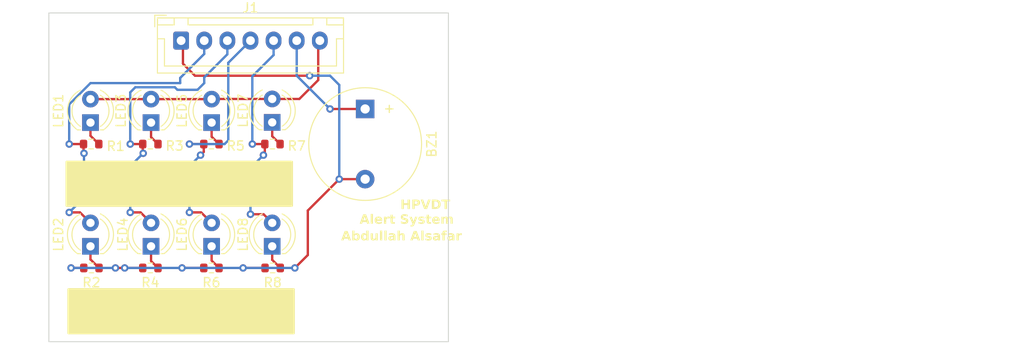
<source format=kicad_pcb>
(kicad_pcb (version 20221018) (generator pcbnew)
  (layers (0 "F.Cu" signal) (31 "B.Cu" signal) (34 "B.Paste" user) (35 "F.Paste" user) (36 "B.SilkS" user "B.Silkscreen") (37 "F.SilkS" user "F.Silkscreen") (38 "B.Mask" user) (39 "F.Mask" user) (44 "Edge.Cuts" user))
  (net 0 "")
  (net 1 "BUZ")
  (net 2 "GND")
  (net 3 "+5V")
  (net 4 "LED_{FIELD1}")
  (net 5 "LED_{FIELD2}")
  (net 6 "LED_{FIELD3}")
  (net 7 "LED_{FIELD4}")
  (net 8 "Net-(LED1-K)")
  (net 9 "Net-(LED2-K)")
  (net 10 "Net-(LED3-K)")
  (net 11 "Net-(LED4-K)")
  (net 12 "Net-(LED5-K)")
  (net 13 "Net-(LED6-K)")
  (net 14 "Net-(LED7-K)")
  (net 15 "Net-(LED8-K)")
  (footprint "LED_THT:LED_D4.0mm" (layer "F.Cu") (at 144.4 99.475 90)
    (fp_text reference "LED5" (at 1.27 -3.2 90) (layer "F.SilkS"))
    (fp_text value "LED6")
    (fp_line (start -0.79 -1.399) (end -0.79 -1.08) (stroke (width 0.12)) (layer "F.SilkS"))
    (fp_line (start -0.79 1.08) (end -0.79 1.399) (stroke (width 0.12)) (layer "F.SilkS"))
    (fp_arc (start -0.79 -1.398749) (mid 1.453519 -2.483228) (end 3.513242 -1.080724) (stroke (width 0.12)) (layer "F.SilkS"))
    (fp_arc (start -0.41333 -1.08) (mid 1.269429 -2) (end 2.952713 -1.080961) (stroke (width 0.12)) (layer "F.SilkS"))
    (fp_arc (start 2.952713 1.080961) (mid 1.269429 2) (end -0.41333 1.08) (stroke (width 0.12)) (layer "F.SilkS"))
    (fp_arc (start 3.513242 1.080724) (mid 1.453519 2.483228) (end -0.79 1.398749) (stroke (width 0.12)) (layer "F.SilkS"))
    (pad "1" thru_hole rect (at 0 0 90) (size 1.8 1.8) (drill 0.9) (layers "*.Cu" "*.Mask") (net 12 "Net-(LED5-K)"))
    (pad "2" thru_hole circle (at 2.54 0 90) (size 1.8 1.8) (drill 0.9) (layers "*.Cu" "*.Mask") (net 3 "+5V"))
  )
  (footprint "MountingHole:MountingHole_3.2mm_M3" (layer "F.Cu") (at 166 91.4)
    (fp_text reference "HOLE2" hide)
    (fp_text value "MountingHole_3.2mm_M3")
    (pad "" np_thru_hole circle (at 0 0) (size 3.2 3.2) (drill 3.2) (layers "*.Cu" "*.Mask"))
  )
  (footprint "Buzzer_Beeper:Buzzer_12x9.5RM7.6" (layer "F.Cu") (at 161 98 -90)
    (fp_text reference "BZ1" (at 3.8 -7.2 90) (layer "F.SilkS"))
    (fp_text value "Buzzer")
    (fp_text user "+" (at -0.01 -2.54 90) (layer "F.SilkS"))
    (fp_circle (center 3.8 0) (end 9.9 0) (stroke (width 0.12)) (fill none) (layer "F.SilkS"))
    (pad "1" thru_hole rect (at 0 0 270) (size 2 2) (drill 1) (layers "*.Cu" "*.Mask") (net 1 "BUZ"))
    (pad "2" thru_hole circle (at 7.6 0 270) (size 2 2) (drill 1) (layers "*.Cu" "*.Mask") (net 2 "GND"))
  )
  (footprint "Resistor_SMD:R_0603_1608Metric" (layer "F.Cu") (at 137.775 115.215)
    (fp_text reference "R4" (at 0 1.585) (layer "F.SilkS"))
    (fp_text value "300")
    (fp_line (start -0.237258 -0.5225) (end 0.237258 -0.5225) (stroke (width 0.12)) (layer "F.SilkS"))
    (fp_line (start -0.237258 0.5225) (end 0.237258 0.5225) (stroke (width 0.12)) (layer "F.SilkS"))
    (pad "1" smd roundrect (at -0.825 0) (size 0.8 0.95) (layers "F.Cu" "F.Paste" "F.Mask") (net 2 "GND"))
    (pad "2" smd roundrect (at 0.825 0) (size 0.8 0.95) (layers "F.Cu" "F.Paste" "F.Mask") (net 11 "Net-(LED4-K)"))
  )
  (footprint "Resistor_SMD:R_0603_1608Metric" (layer "F.Cu") (at 144.375 101.8)
    (fp_text reference "R5" (at 2.625 0.2) (layer "F.SilkS"))
    (fp_text value "300")
    (fp_line (start -0.237258 -0.5225) (end 0.237258 -0.5225) (stroke (width 0.12)) (layer "F.SilkS"))
    (fp_line (start -0.237258 0.5225) (end 0.237258 0.5225) (stroke (width 0.12)) (layer "F.SilkS"))
    (pad "1" smd roundrect (at -0.825 0) (size 0.8 0.95) (layers "F.Cu" "F.Paste" "F.Mask") (net 6 "LED_{FIELD3}"))
    (pad "2" smd roundrect (at 0.825 0) (size 0.8 0.95) (layers "F.Cu" "F.Paste" "F.Mask") (net 12 "Net-(LED5-K)"))
  )
  (footprint "Resistor_SMD:R_0603_1608Metric" (layer "F.Cu") (at 151 115.215)
    (fp_text reference "R8" (at 0 1.585) (layer "F.SilkS"))
    (fp_text value locked "300")
    (fp_line (start -0.237258 -0.5225) (end 0.237258 -0.5225) (stroke (width 0.12)) (layer "F.SilkS"))
    (fp_line (start -0.237258 0.5225) (end 0.237258 0.5225) (stroke (width 0.12)) (layer "F.SilkS"))
    (pad "1" smd roundrect (at -0.825 0) (size 0.8 0.95) (layers "F.Cu" "F.Paste" "F.Mask") (net 2 "GND"))
    (pad "2" smd roundrect (at 0.825 0) (size 0.8 0.95) (layers "F.Cu" "F.Paste" "F.Mask") (net 15 "Net-(LED8-K)"))
  )
  (footprint "Resistor_SMD:R_0603_1608Metric" (layer "F.Cu") (at 144.375 115.215)
    (fp_text reference "R6" (at 0 1.585) (layer "F.SilkS"))
    (fp_text value "300")
    (fp_line (start -0.237258 -0.5225) (end 0.237258 -0.5225) (stroke (width 0.12)) (layer "F.SilkS"))
    (fp_line (start -0.237258 0.5225) (end 0.237258 0.5225) (stroke (width 0.12)) (layer "F.SilkS"))
    (pad "1" smd roundrect (at -0.825 0) (size 0.8 0.95) (layers "F.Cu" "F.Paste" "F.Mask") (net 2 "GND"))
    (pad "2" smd roundrect (at 0.825 0) (size 0.8 0.95) (layers "F.Cu" "F.Paste" "F.Mask") (net 13 "Net-(LED6-K)"))
  )
  (footprint "LED_THT:LED_D4.0mm" (layer "F.Cu") (at 150.95 112.875 90)
    (fp_text reference "LED8" (at 1.27 -3.15 90) (layer "F.SilkS"))
    (fp_text value "LED9")
    (fp_line (start -0.79 -1.399) (end -0.79 -1.08) (stroke (width 0.12)) (layer "F.SilkS"))
    (fp_line (start -0.79 1.08) (end -0.79 1.399) (stroke (width 0.12)) (layer "F.SilkS"))
    (fp_arc (start -0.79 -1.398749) (mid 1.453519 -2.483228) (end 3.513242 -1.080724) (stroke (width 0.12)) (layer "F.SilkS"))
    (fp_arc (start -0.41333 -1.08) (mid 1.269429 -2) (end 2.952713 -1.080961) (stroke (width 0.12)) (layer "F.SilkS"))
    (fp_arc (start 2.952713 1.080961) (mid 1.269429 2) (end -0.41333 1.08) (stroke (width 0.12)) (layer "F.SilkS"))
    (fp_arc (start 3.513242 1.080724) (mid 1.453519 2.483228) (end -0.79 1.398749) (stroke (width 0.12)) (layer "F.SilkS"))
    (pad "1" thru_hole rect (at 0 0 90) (size 1.8 1.8) (drill 0.9) (layers "*.Cu" "*.Mask") (net 15 "Net-(LED8-K)"))
    (pad "2" thru_hole circle (at 2.54 0 90) (size 1.8 1.8) (drill 0.9) (layers "*.Cu" "*.Mask") (net 7 "LED_{FIELD4}"))
  )
  (footprint "LED_THT:LED_D4.0mm" (layer "F.Cu") (at 131.3 99.475 90)
    (fp_text reference "LED1" (at 1.27 -3.46 90) (layer "F.SilkS"))
    (fp_text value "LED2")
    (fp_line (start -0.79 -1.399) (end -0.79 -1.08) (stroke (width 0.12)) (layer "F.SilkS"))
    (fp_line (start -0.79 1.08) (end -0.79 1.399) (stroke (width 0.12)) (layer "F.SilkS"))
    (fp_arc (start -0.79 -1.398749) (mid 1.453519 -2.483228) (end 3.513242 -1.080724) (stroke (width 0.12)) (layer "F.SilkS"))
    (fp_arc (start -0.41333 -1.08) (mid 1.269429 -2) (end 2.952713 -1.080961) (stroke (width 0.12)) (layer "F.SilkS"))
    (fp_arc (start 2.952713 1.080961) (mid 1.269429 2) (end -0.41333 1.08) (stroke (width 0.12)) (layer "F.SilkS"))
    (fp_arc (start 3.513242 1.080724) (mid 1.453519 2.483228) (end -0.79 1.398749) (stroke (width 0.12)) (layer "F.SilkS"))
    (pad "1" thru_hole rect (at 0 0 90) (size 1.8 1.8) (drill 0.9) (layers "*.Cu" "*.Mask") (net 8 "Net-(LED1-K)"))
    (pad "2" thru_hole circle (at 2.54 0 90) (size 1.8 1.8) (drill 0.9) (layers "*.Cu" "*.Mask") (net 3 "+5V"))
  )
  (footprint "LED_THT:LED_D4.0mm" (layer "F.Cu") (at 144.4 112.875 90)
    (fp_text reference "LED6" (at 1.275 -3.2 90) (layer "F.SilkS"))
    (fp_text value "LED7")
    (fp_line (start -0.79 -1.399) (end -0.79 -1.08) (stroke (width 0.12)) (layer "F.SilkS"))
    (fp_line (start -0.79 1.08) (end -0.79 1.399) (stroke (width 0.12)) (layer "F.SilkS"))
    (fp_arc (start -0.79 -1.398749) (mid 1.453519 -2.483228) (end 3.513242 -1.080724) (stroke (width 0.12)) (layer "F.SilkS"))
    (fp_arc (start -0.41333 -1.08) (mid 1.269429 -2) (end 2.952713 -1.080961) (stroke (width 0.12)) (layer "F.SilkS"))
    (fp_arc (start 2.952713 1.080961) (mid 1.269429 2) (end -0.41333 1.08) (stroke (width 0.12)) (layer "F.SilkS"))
    (fp_arc (start 3.513242 1.080724) (mid 1.453519 2.483228) (end -0.79 1.398749) (stroke (width 0.12)) (layer "F.SilkS"))
    (pad "1" thru_hole rect (at 0 0 90) (size 1.8 1.8) (drill 0.9) (layers "*.Cu" "*.Mask") (net 13 "Net-(LED6-K)"))
    (pad "2" thru_hole circle (at 2.54 0 90) (size 1.8 1.8) (drill 0.9) (layers "*.Cu" "*.Mask") (net 6 "LED_{FIELD3}"))
  )
  (footprint "LED_THT:LED_D4.0mm" (layer "F.Cu") (at 131.3 112.875 90)
    (fp_text reference "LED2" (at 1.27 -3.46 90) (layer "F.SilkS"))
    (fp_text value "LED3")
    (fp_line (start -0.79 -1.399) (end -0.79 -1.08) (stroke (width 0.12)) (layer "F.SilkS"))
    (fp_line (start -0.79 1.08) (end -0.79 1.399) (stroke (width 0.12)) (layer "F.SilkS"))
    (fp_arc (start -0.79 -1.398749) (mid 1.453519 -2.483228) (end 3.513242 -1.080724) (stroke (width 0.12)) (layer "F.SilkS"))
    (fp_arc (start -0.41333 -1.08) (mid 1.269429 -2) (end 2.952713 -1.080961) (stroke (width 0.12)) (layer "F.SilkS"))
    (fp_arc (start 2.952713 1.080961) (mid 1.269429 2) (end -0.41333 1.08) (stroke (width 0.12)) (layer "F.SilkS"))
    (fp_arc (start 3.513242 1.080724) (mid 1.453519 2.483228) (end -0.79 1.398749) (stroke (width 0.12)) (layer "F.SilkS"))
    (pad "1" thru_hole rect (at 0 0 90) (size 1.8 1.8) (drill 0.9) (layers "*.Cu" "*.Mask") (net 9 "Net-(LED2-K)"))
    (pad "2" thru_hole circle (at 2.54 0 90) (size 1.8 1.8) (drill 0.9) (layers "*.Cu" "*.Mask") (net 4 "LED_{FIELD1}"))
  )
  (footprint "Resistor_SMD:R_0603_1608Metric" (layer "F.Cu") (at 131.375 101.8)
    (fp_text reference "R1" (at 2.65 0.23) (layer "F.SilkS"))
    (fp_text value "300")
    (fp_line (start -0.237258 -0.5225) (end 0.237258 -0.5225) (stroke (width 0.12)) (layer "F.SilkS"))
    (fp_line (start -0.237258 0.5225) (end 0.237258 0.5225) (stroke (width 0.12)) (layer "F.SilkS"))
    (pad "1" smd roundrect (at -0.825 0) (size 0.8 0.95) (layers "F.Cu" "F.Paste" "F.Mask") (net 4 "LED_{FIELD1}"))
    (pad "2" smd roundrect (at 0.825 0) (size 0.8 0.95) (layers "F.Cu" "F.Paste" "F.Mask") (net 8 "Net-(LED1-K)"))
  )
  (footprint "Connector_JST:JST_XH_B7B-XH-A_1x07_P2.50mm_Vertical" (layer "F.Cu") (at 141.1 90.6)
    (fp_text reference "J1" (at 7.5 -3.55) (layer "F.SilkS"))
    (fp_text value "Conn_01x07_Pin")
    (fp_line (start -2.85 -2.75) (end -2.85 -1.5) (stroke (width 0.12)) (layer "F.SilkS"))
    (fp_line (start -2.56 -2.46) (end -2.56 3.51) (stroke (width 0.12)) (layer "F.SilkS"))
    (fp_line (start -2.56 3.51) (end 17.56 3.51) (stroke (width 0.12)) (layer "F.SilkS"))
    (fp_line (start -2.55 -2.45) (end -2.55 -1.7) (stroke (width 0.12)) (layer "F.SilkS"))
    (fp_line (start -2.55 -1.7) (end -0.75 -1.7) (stroke (width 0.12)) (layer "F.SilkS"))
    (fp_line (start -2.55 -0.2) (end -1.8 -0.2) (stroke (width 0.12)) (layer "F.SilkS"))
    (fp_line (start -1.8 -0.2) (end -1.8 2.75) (stroke (width 0.12)) (layer "F.SilkS"))
    (fp_line (start -1.8 2.75) (end 7.5 2.75) (stroke (width 0.12)) (layer "F.SilkS"))
    (fp_line (start -1.6 -2.75) (end -2.85 -2.75) (stroke (width 0.12)) (layer "F.SilkS"))
    (fp_line (start -0.75 -2.45) (end -2.55 -2.45) (stroke (width 0.12)) (layer "F.SilkS"))
    (fp_line (start -0.75 -1.7) (end -0.75 -2.45) (stroke (width 0.12)) (layer "F.SilkS"))
    (fp_line (start 0.75 -2.45) (end 0.75 -1.7) (stroke (width 0.12)) (layer "F.SilkS"))
    (fp_line (start 0.75 -1.7) (end 14.25 -1.7) (stroke (width 0.12)) (layer "F.SilkS"))
    (fp_line (start 14.25 -2.45) (end 0.75 -2.45) (stroke (width 0.12)) (layer "F.SilkS"))
    (fp_line (start 14.25 -1.7) (end 14.25 -2.45) (stroke (width 0.12)) (layer "F.SilkS"))
    (fp_line (start 15.75 -2.45) (end 15.75 -1.7) (stroke (width 0.12)) (layer "F.SilkS"))
    (fp_line (start 15.75 -1.7) (end 17.55 -1.7) (stroke (width 0.12)) (layer "F.SilkS"))
    (fp_line (start 16.8 -0.2) (end 16.8 2.75) (stroke (width 0.12)) (layer "F.SilkS"))
    (fp_line (start 16.8 2.75) (end 7.5 2.75) (stroke (width 0.12)) (layer "F.SilkS"))
    (fp_line (start 17.55 -2.45) (end 15.75 -2.45) (stroke (width 0.12)) (layer "F.SilkS"))
    (fp_line (start 17.55 -1.7) (end 17.55 -2.45) (stroke (width 0.12)) (layer "F.SilkS"))
    (fp_line (start 17.55 -0.2) (end 16.8 -0.2) (stroke (width 0.12)) (layer "F.SilkS"))
    (fp_line (start 17.56 -2.46) (end -2.56 -2.46) (stroke (width 0.12)) (layer "F.SilkS"))
    (fp_line (start 17.56 3.51) (end 17.56 -2.46) (stroke (width 0.12)) (layer "F.SilkS"))
    (pad "1" thru_hole roundrect (at 0 0) (size 1.7 1.95) (drill 0.95) (layers "*.Cu" "*.Mask") (roundrect_rratio 0.147059) (net 2 "GND"))
    (pad "2" thru_hole oval (at 2.5 0) (size 1.7 1.95) (drill 0.95) (layers "*.Cu" "*.Mask") (net 4 "LED_{FIELD1}"))
    (pad "3" thru_hole oval (at 5 0) (size 1.7 1.95) (drill 0.95) (layers "*.Cu" "*.Mask") (net 5 "LED_{FIELD2}"))
    (pad "4" thru_hole oval (at 7.5 0) (size 1.7 1.95) (drill 0.95) (layers "*.Cu" "*.Mask") (net 6 "LED_{FIELD3}"))
    (pad "5" thru_hole oval (at 10 0) (size 1.7 1.95) (drill 0.95) (layers "*.Cu" "*.Mask") (net 7 "LED_{FIELD4}"))
    (pad "6" thru_hole oval (at 12.5 0) (size 1.7 1.95) (drill 0.95) (layers "*.Cu" "*.Mask") (net 1 "BUZ"))
    (pad "7" thru_hole oval (at 15 0) (size 1.7 1.95) (drill 0.95) (layers "*.Cu" "*.Mask") (net 3 "+5V"))
  )
  (footprint "LED_THT:LED_D4.0mm" (layer "F.Cu") (at 137.85 112.875 90)
    (fp_text reference "LED4" (at 1.27 -3.05 90) (layer "F.SilkS"))
    (fp_text value "LED5")
    (fp_line (start -0.79 -1.399) (end -0.79 -1.08) (stroke (width 0.12)) (layer "F.SilkS"))
    (fp_line (start -0.79 1.08) (end -0.79 1.399) (stroke (width 0.12)) (layer "F.SilkS"))
    (fp_arc (start -0.79 -1.398749) (mid 1.453519 -2.483228) (end 3.513242 -1.080724) (stroke (width 0.12)) (layer "F.SilkS"))
    (fp_arc (start -0.41333 -1.08) (mid 1.269429 -2) (end 2.952713 -1.080961) (stroke (width 0.12)) (layer "F.SilkS"))
    (fp_arc (start 2.952713 1.080961) (mid 1.269429 2) (end -0.41333 1.08) (stroke (width 0.12)) (layer "F.SilkS"))
    (fp_arc (start 3.513242 1.080724) (mid 1.453519 2.483228) (end -0.79 1.398749) (stroke (width 0.12)) (layer "F.SilkS"))
    (pad "1" thru_hole rect (at 0 0 90) (size 1.8 1.8) (drill 0.9) (layers "*.Cu" "*.Mask") (net 11 "Net-(LED4-K)"))
    (pad "2" thru_hole circle (at 2.54 0 90) (size 1.8 1.8) (drill 0.9) (layers "*.Cu" "*.Mask") (net 5 "LED_{FIELD2}"))
  )
  (footprint "LED_THT:LED_D4.0mm" (layer "F.Cu") (at 137.85 99.475 90)
    (fp_text reference "LED3" (at 1.275 -3.25 90) (layer "F.SilkS"))
    (fp_text value "LED4")
    (fp_line (start -0.79 -1.399) (end -0.79 -1.08) (stroke (width 0.12)) (layer "F.SilkS"))
    (fp_line (start -0.79 1.08) (end -0.79 1.399) (stroke (width 0.12)) (layer "F.SilkS"))
    (fp_arc (start -0.79 -1.398749) (mid 1.453519 -2.483228) (end 3.513242 -1.080724) (stroke (width 0.12)) (layer "F.SilkS"))
    (fp_arc (start -0.41333 -1.08) (mid 1.269429 -2) (end 2.952713 -1.080961) (stroke (width 0.12)) (layer "F.SilkS"))
    (fp_arc (start 2.952713 1.080961) (mid 1.269429 2) (end -0.41333 1.08) (stroke (width 0.12)) (layer "F.SilkS"))
    (fp_arc (start 3.513242 1.080724) (mid 1.453519 2.483228) (end -0.79 1.398749) (stroke (width 0.12)) (layer "F.SilkS"))
    (pad "1" thru_hole rect (at 0 0 90) (size 1.8 1.8) (drill 0.9) (layers "*.Cu" "*.Mask") (net 10 "Net-(LED3-K)"))
    (pad "2" thru_hole circle (at 2.54 0 90) (size 1.8 1.8) (drill 0.9) (layers "*.Cu" "*.Mask") (net 3 "+5V"))
  )
  (footprint "Resistor_SMD:R_0603_1608Metric" (layer "F.Cu") (at 137.775 101.8)
    (fp_text reference "R3" (at 2.625 0.2) (layer "F.SilkS"))
    (fp_text value "300")
    (fp_line (start -0.237258 -0.5225) (end 0.237258 -0.5225) (stroke (width 0.12)) (layer "F.SilkS"))
    (fp_line (start -0.237258 0.5225) (end 0.237258 0.5225) (stroke (width 0.12)) (layer "F.SilkS"))
    (pad "1" smd roundrect (at -0.825 0) (size 0.8 0.95) (layers "F.Cu" "F.Paste" "F.Mask") (net 5 "LED_{FIELD2}"))
    (pad "2" smd roundrect (at 0.825 0) (size 0.8 0.95) (layers "F.Cu" "F.Paste" "F.Mask") (net 10 "Net-(LED3-K)"))
  )
  (footprint "MountingHole:MountingHole_3.2mm_M3" (layer "F.Cu") (at 166 119.4)
    (fp_text reference "HOLE3" hide)
    (fp_text value "MountingHole_3.2mm_M3")
    (pad "" np_thru_hole circle (at 0 0) (size 3.2 3.2) (drill 3.2) (layers "*.Cu" "*.Mask"))
  )
  (footprint "Resistor_SMD:R_0603_1608Metric" (layer "F.Cu") (at 131.4 115.215)
    (fp_text reference "R2" (at 0 1.585) (layer "F.SilkS"))
    (fp_text value "300")
    (fp_line (start -0.237258 -0.5225) (end 0.237258 -0.5225) (stroke (width 0.12)) (layer "F.SilkS"))
    (fp_line (start -0.237258 0.5225) (end 0.237258 0.5225) (stroke (width 0.12)) (layer "F.SilkS"))
    (pad "1" smd roundrect (at -0.825 0) (size 0.8 0.95) (layers "F.Cu" "F.Paste" "F.Mask") (net 2 "GND"))
    (pad "2" smd roundrect (at 0.825 0) (size 0.8 0.95) (layers "F.Cu" "F.Paste" "F.Mask") (net 9 "Net-(LED2-K)"))
  )
  (footprint "LED_THT:LED_D4.0mm" (layer "F.Cu") (at 150.95 99.455 90)
    (fp_text reference "LED7" (at 1.27 -3.15 90) (layer "F.SilkS"))
    (fp_text value "LED8")
    (fp_line (start -0.79 -1.399) (end -0.79 -1.08) (stroke (width 0.12)) (layer "F.SilkS"))
    (fp_line (start -0.79 1.08) (end -0.79 1.399) (stroke (width 0.12)) (layer "F.SilkS"))
    (fp_arc (start -0.79 -1.398749) (mid 1.453519 -2.483228) (end 3.513242 -1.080724) (stroke (width 0.12)) (layer "F.SilkS"))
    (fp_arc (start -0.41333 -1.08) (mid 1.269429 -2) (end 2.952713 -1.080961) (stroke (width 0.12)) (layer "F.SilkS"))
    (fp_arc (start 2.952713 1.080961) (mid 1.269429 2) (end -0.41333 1.08) (stroke (width 0.12)) (layer "F.SilkS"))
    (fp_arc (start 3.513242 1.080724) (mid 1.453519 2.483228) (end -0.79 1.398749) (stroke (width 0.12)) (layer "F.SilkS"))
    (pad "1" thru_hole rect (at 0 0 90) (size 1.8 1.8) (drill 0.9) (layers "*.Cu" "*.Mask") (net 14 "Net-(LED7-K)"))
    (pad "2" thru_hole circle (at 2.54 0 90) (size 1.8 1.8) (drill 0.9) (layers "*.Cu" "*.Mask") (net 3 "+5V"))
  )
  (footprint "MountingHole:MountingHole_3.2mm_M3" (layer "F.Cu") (at 131 91.4)
    (fp_text reference "HOLE1" hide)
    (fp_text value "MountingHole_3.2mm_M3")
    (pad "" np_thru_hole circle (at 0 0) (size 3.2 3.2) (drill 3.2) (layers "*.Cu" "*.Mask"))
  )
  (footprint "Resistor_SMD:R_0603_1608Metric" (layer "F.Cu") (at 150.975 101.8)
    (fp_text reference "R7" (at 2.625 0.2) (layer "F.SilkS"))
    (fp_text value "300")
    (fp_line (start -0.237258 -0.5225) (end 0.237258 -0.5225) (stroke (width 0.12)) (layer "F.SilkS"))
    (fp_line (start -0.237258 0.5225) (end 0.237258 0.5225) (stroke (width 0.12)) (layer "F.SilkS"))
    (pad "1" smd roundrect (at -0.825 0) (size 0.8 0.95) (layers "F.Cu" "F.Paste" "F.Mask") (net 7 "LED_{FIELD4}"))
    (pad "2" smd roundrect (at 0.825 0) (size 0.8 0.95) (layers "F.Cu" "F.Paste" "F.Mask") (net 14 "Net-(LED7-K)"))
  )
  (gr_rect (start 126.8 87.6) (end 170 123.2) (stroke (width 0.1)) (fill none) (layer "Edge.Cuts"))
  (gr_text "HPVDT" (at 164.8 109) (layer "F.SilkS") (effects (font (size 1 1) (thickness 0.2) bold) (justify left bottom)))
  (gr_text "Alert System" (at 160.4 110.6) (layer "F.SilkS") (effects (font (size 1 1) (thickness 0.2) bold) (justify left bottom)))
  (gr_text "Abdullah Alsafar" (at 158.4 112.4) (layer "F.SilkS") (effects (font (size 1 1) (thickness 0.2) bold) (justify left bottom)))
  (segment (start 157.2 98) (end 161 98) (width 0.25) (layer "F.Cu") (net 1))
  (via (at 157.2 98) (size 0.8) (drill 0.4) (layers "F.Cu" "B.Cu") (net 1))
  (segment (start 157.2 98) (end 153.6 94.4) (width 0.25) (layer "B.Cu") (net 1))
  (segment (start 153.6 94.4) (end 153.6 90.6) (width 0.25) (layer "B.Cu") (net 1))
  (segment (start 142.6 94.4) (end 141.3 93.1) (width 0.25) (layer "F.Cu") (net 2))
  (segment (start 158.2 105.6) (end 154.8 109) (width 0.25) (layer "F.Cu") (net 2))
  (segment (start 135 115.215) (end 136.95 115.215) (width 0.25) (layer "F.Cu") (net 2))
  (segment (start 135 115.215) (end 134 115.215) (width 0.25) (layer "F.Cu") (net 2))
  (segment (start 141.3 93.1) (end 141.3 90.8) (width 0.25) (layer "F.Cu") (net 2))
  (segment (start 154.8 113.815) (end 153.4 115.215) (width 0.25) (layer "F.Cu") (net 2))
  (segment (start 155 94.4) (end 142.6 94.4) (width 0.25) (layer "F.Cu") (net 2))
  (segment (start 141.3 90.8) (end 141.1 90.6) (width 0.25) (layer "F.Cu") (net 2))
  (segment (start 154.8 109) (end 154.8 113.815) (width 0.25) (layer "F.Cu") (net 2))
  (segment (start 143.55 115.215) (end 141.2 115.215) (width 0.25) (layer "F.Cu") (net 2))
  (segment (start 158.2 105.6) (end 161 105.6) (width 0.25) (layer "F.Cu") (net 2))
  (segment (start 129.2 115.215) (end 130.575 115.215) (width 0.25) (layer "F.Cu") (net 2))
  (segment (start 150.175 115.215) (end 147.8 115.215) (width 0.25) (layer "F.Cu") (net 2))
  (via (at 141.2 115.215) (size 0.8) (drill 0.4) (layers "F.Cu" "B.Cu") (net 2))
  (via (at 147.8 115.215) (size 0.8) (drill 0.4) (layers "F.Cu" "B.Cu") (net 2))
  (via (at 135 115.215) (size 0.8) (drill 0.4) (layers "F.Cu" "B.Cu") (net 2))
  (via (at 153.4 115.215) (size 0.8) (drill 0.4) (layers "F.Cu" "B.Cu") (net 2))
  (via (at 155 94.4) (size 0.8) (drill 0.4) (layers "F.Cu" "B.Cu") (net 2))
  (via (at 129.2 115.215) (size 0.8) (drill 0.4) (layers "F.Cu" "B.Cu") (net 2))
  (via (at 158.2 105.6) (size 0.8) (drill 0.4) (layers "F.Cu" "B.Cu") (net 2))
  (via (at 134 115.215) (size 0.8) (drill 0.4) (layers "F.Cu" "B.Cu") (net 2))
  (segment (start 141.2 115.215) (end 135 115.215) (width 0.25) (layer "B.Cu") (net 2))
  (segment (start 153.4 115.215) (end 147.8 115.215) (width 0.25) (layer "B.Cu") (net 2))
  (segment (start 134 115.215) (end 129.2 115.215) (width 0.25) (layer "B.Cu") (net 2))
  (segment (start 158.2 95.4) (end 158.2 105.6) (width 0.25) (layer "B.Cu") (net 2))
  (segment (start 157.2 94.4) (end 155 94.4) (width 0.25) (layer "B.Cu") (net 2))
  (segment (start 147.8 115.215) (end 141.2 115.215) (width 0.25) (layer "B.Cu") (net 2))
  (segment (start 158.2 95.4) (end 157.2 94.4) (width 0.25) (layer "B.Cu") (net 2))
  (segment (start 150.95 96.915) (end 153.885 96.915) (width 0.25) (layer "F.Cu") (net 3))
  (segment (start 155.925 94.875) (end 155.925 90.775) (width 0.25) (layer "F.Cu") (net 3))
  (segment (start 150.95 96.915) (end 144.42 96.915) (width 0.25) (layer "F.Cu") (net 3))
  (segment (start 137.85 96.935) (end 144.4 96.935) (width 0.25) (layer "F.Cu") (net 3))
  (segment (start 131.3 96.935) (end 137.85 96.935) (width 0.25) (layer "F.Cu") (net 3))
  (segment (start 144.42 96.915) (end 144.4 96.935) (width 0.25) (layer "F.Cu") (net 3))
  (segment (start 153.885 96.915) (end 155.925 94.875) (width 0.25) (layer "F.Cu") (net 3))
  (segment (start 155.925 90.775) (end 156.1 90.6) (width 0.25) (layer "F.Cu") (net 3))
  (segment (start 129 109.2) (end 130.165 109.2) (width 0.25) (layer "F.Cu") (net 4))
  (segment (start 130.55 101.8) (end 129 101.8) (width 0.25) (layer "F.Cu") (net 4))
  (segment (start 130.165 109.2) (end 131.3 110.335) (width 0.25) (layer "F.Cu") (net 4))
  (segment (start 130.55 102.75) (end 130.6 102.8) (width 0.25) (layer "F.Cu") (net 4))
  (segment (start 130.55 101.8) (end 130.55 102.75) (width 0.25) (layer "F.Cu") (net 4))
  (via (at 129 109.2) (size 0.8) (drill 0.4) (layers "F.Cu" "B.Cu") (net 4))
  (via (at 130.6 102.8) (size 0.8) (drill 0.4) (layers "F.Cu" "B.Cu") (net 4))
  (via (at 129 101.8) (size 0.8) (drill 0.4) (layers "F.Cu" "B.Cu") (net 4))
  (segment (start 129 97.502588) (end 131.302588 95.2) (width 0.25) (layer "B.Cu") (net 4))
  (segment (start 130.6 107.6) (end 129 109.2) (width 0.25) (layer "B.Cu") (net 4))
  (segment (start 130.6 102.8) (end 130.6 107.6) (width 0.25) (layer "B.Cu") (net 4))
  (segment (start 141 94.64) (end 143.6 92.04) (width 0.25) (layer "B.Cu") (net 4))
  (segment (start 129 101.8) (end 129 97.502588) (width 0.25) (layer "B.Cu") (net 4))
  (segment (start 143.6 92.04) (end 143.6 90.6) (width 0.25) (layer "B.Cu") (net 4))
  (segment (start 131.302588 95.2) (end 141 95.2) (width 0.25) (layer "B.Cu") (net 4))
  (segment (start 141 95.2) (end 141 94.64) (width 0.25) (layer "B.Cu") (net 4))
  (segment (start 136.95 101.8) (end 136.95 102.75) (width 0.25) (layer "F.Cu") (net 5))
  (segment (start 136.715 109.2) (end 137.85 110.335) (width 0.25) (layer "F.Cu") (net 5))
  (segment (start 136.95 102.75) (end 137 102.8) (width 0.25) (layer "F.Cu") (net 5))
  (segment (start 135.6 109.2) (end 136.715 109.2) (width 0.25) (layer "F.Cu") (net 5))
  (segment (start 136.95 101.8) (end 135.6 101.8) (width 0.25) (layer "F.Cu") (net 5))
  (via (at 135.6 109.2) (size 0.8) (drill 0.4) (layers "F.Cu" "B.Cu") (net 5))
  (via (at 137 102.8) (size 0.8) (drill 0.4) (layers "F.Cu" "B.Cu") (net 5))
  (via (at 135.6 101.8) (size 0.8) (drill 0.4) (layers "F.Cu" "B.Cu") (net 5))
  (segment (start 140.699695 95.925) (end 142.875 95.925) (width 0.25) (layer "B.Cu") (net 5))
  (segment (start 135.6 96.2) (end 136.15 95.65) (width 0.25) (layer "B.Cu") (net 5))
  (segment (start 135.6 104.2) (end 135.6 109.2) (width 0.25) (layer "B.Cu") (net 5))
  (segment (start 137 102.8) (end 135.6 104.2) (width 0.25) (layer "B.Cu") (net 5))
  (segment (start 136.15 95.65) (end 140.424695 95.65) (width 0.25) (layer "B.Cu") (net 5))
  (segment (start 146.1 92.08) (end 146.1 90.6) (width 0.25) (layer "B.Cu") (net 5))
  (segment (start 143.6 95.2) (end 143.6 94.58) (width 0.25) (layer "B.Cu") (net 5))
  (segment (start 142.875 95.925) (end 143.6 95.2) (width 0.25) (layer "B.Cu") (net 5))
  (segment (start 143.6 94.58) (end 146.1 92.08) (width 0.25) (layer "B.Cu") (net 5))
  (segment (start 140.424695 95.65) (end 140.699695 95.925) (width 0.25) (layer "B.Cu") (net 5))
  (segment (start 135.6 101.8) (end 135.6 96.2) (width 0.25) (layer "B.Cu") (net 5))
  (segment (start 143.265 109.2) (end 144.4 110.335) (width 0.25) (layer "F.Cu") (net 6))
  (segment (start 143.55 101.8) (end 143.55 102.65) (width 0.25) (layer "F.Cu") (net 6))
  (segment (start 143.55 101.8) (end 142 101.8) (width 0.25) (layer "F.Cu") (net 6))
  (segment (start 143.55 102.65) (end 143.2 103) (width 0.25) (layer "F.Cu") (net 6))
  (segment (start 142 109.2) (end 143.265 109.2) (width 0.25) (layer "F.Cu") (net 6))
  (via (at 142 101.8) (size 0.8) (drill 0.4) (layers "F.Cu" "B.Cu") (net 6))
  (via (at 142 109.2) (size 0.8) (drill 0.4) (layers "F.Cu" "B.Cu") (net 6))
  (via (at 143.2 103) (size 0.8) (drill 0.4) (layers "F.Cu" "B.Cu") (net 6))
  (segment (start 146.2 101.4) (end 146.2 93) (width 0.25) (layer "B.Cu") (net 6))
  (segment (start 142 104.2) (end 142 109.2) (width 0.25) (layer "B.Cu") (net 6))
  (segment (start 142 101.8) (end 145.8 101.8) (width 0.25) (layer "B.Cu") (net 6))
  (segment (start 145.8 101.8) (end 146.2 101.4) (width 0.25) (layer "B.Cu") (net 6))
  (segment (start 143.2 103) (end 142 104.2) (width 0.25) (layer "B.Cu") (net 6))
  (segment (start 146.2 93) (end 148.6 90.6) (width 0.25) (layer "B.Cu") (net 6))
  (segment (start 150.15 102.85) (end 150 103) (width 0.25) (layer "F.Cu") (net 7))
  (segment (start 150.015 109.4) (end 150.95 110.335) (width 0.25) (layer "F.Cu") (net 7))
  (segment (start 150.15 101.8) (end 150.15 102.85) (width 0.25) (layer "F.Cu") (net 7))
  (segment (start 150.15 101.8) (end 148.8 101.8) (width 0.25) (layer "F.Cu") (net 7))
  (segment (start 148.6 109.4) (end 150.015 109.4) (width 0.25) (layer "F.Cu") (net 7))
  (via (at 150 103) (size 0.8) (drill 0.4) (layers "F.Cu" "B.Cu") (net 7))
  (via (at 148.6 109.4) (size 0.8) (drill 0.4) (layers "F.Cu" "B.Cu") (net 7))
  (via (at 148.8 101.8) (size 0.8) (drill 0.4) (layers "F.Cu" "B.Cu") (net 7))
  (segment (start 148.6 104.4) (end 148.6 109.4) (width 0.25) (layer "B.Cu") (net 7))
  (segment (start 151.1 92.16) (end 151.1 90.6) (width 0.25) (layer "B.Cu") (net 7))
  (segment (start 150 103) (end 148.6 104.4) (width 0.25) (layer "B.Cu") (net 7))
  (segment (start 148.8 101.8) (end 148.8 94.46) (width 0.25) (layer "B.Cu") (net 7))
  (segment (start 148.8 94.46) (end 151.1 92.16) (width 0.25) (layer "B.Cu") (net 7))
  (segment (start 132.2 101.8) (end 131.3 100.9) (width 0.25) (layer "F.Cu") (net 8))
  (segment (start 131.3 100.9) (end 131.3 99.475) (width 0.25) (layer "F.Cu") (net 8))
  (segment (start 131.3 114.29) (end 132.225 115.215) (width 0.25) (layer "F.Cu") (net 9))
  (segment (start 131.3 112.875) (end 131.3 114.29) (width 0.25) (layer "F.Cu") (net 9))
  (segment (start 137.85 101.05) (end 138.6 101.8) (width 0.25) (layer "F.Cu") (net 10))
  (segment (start 137.85 99.475) (end 137.85 101.05) (width 0.25) (layer "F.Cu") (net 10))
  (segment (start 137.85 112.875) (end 137.85 114.465) (width 0.25) (layer "F.Cu") (net 11))
  (segment (start 137.85 114.465) (end 138.6 115.215) (width 0.25) (layer "F.Cu") (net 11))
  (segment (start 144.4 101) (end 145.2 101.8) (width 0.25) (layer "F.Cu") (net 12))
  (segment (start 144.4 99.475) (end 144.4 101) (width 0.25) (layer "F.Cu") (net 12))
  (segment (start 144.4 112.875) (end 144.4 114.415) (width 0.25) (layer "F.Cu") (net 13))
  (segment (start 144.4 114.415) (end 145.2 115.215) (width 0.25) (layer "F.Cu") (net 13))
  (segment (start 150.95 100.95) (end 151.8 101.8) (width 0.25) (layer "F.Cu") (net 14))
  (segment (start 150.95 99.455) (end 150.95 100.95) (width 0.25) (layer "F.Cu") (net 14))
  (segment (start 150.95 114.34) (end 151.825 115.215) (width 0.25) (layer "F.Cu") (net 15))
  (segment (start 150.95 112.875) (end 150.95 114.34) (width 0.25) (layer "F.Cu") (net 15))
  (zone (net 0) (net_name "") (layer "F.SilkS") (connect_pads (clearance 0.5)) (min_thickness 0.25) (fill yes (thermal_gap 0.5) (thermal_bridge_width 0.5))
    (polygon (pts (xy 128.6 103.6) (xy 153.2 103.6) (xy 153.2 108.6) (xy 128.6 108.6)))
  )
  (zone (net 0) (net_name "") (layer "F.SilkS") (connect_pads (clearance 0.5)) (min_thickness 0.25) (fill yes (thermal_gap 0.5) (thermal_bridge_width 0.5))
    (polygon (pts (xy 128.8 117.4) (xy 153.4 117.4) (xy 153.4 122.4) (xy 128.8 122.4)))
  )
)
</source>
